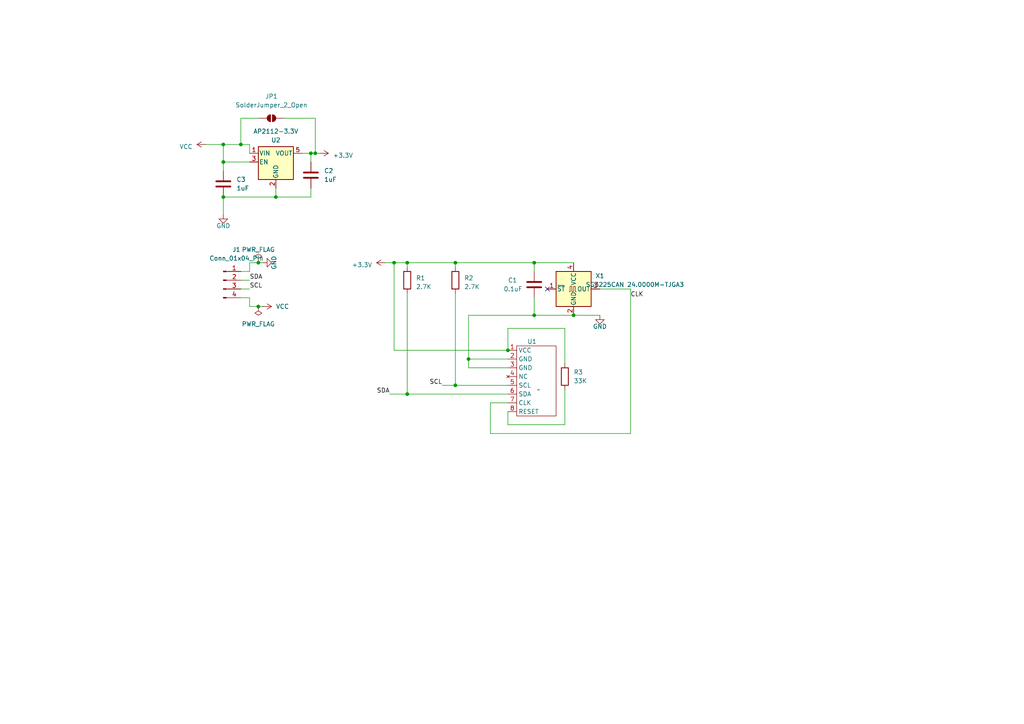
<source format=kicad_sch>
(kicad_sch (version 20231120) (generator "eeschema") (generator_version "8.0")
  (paper "A4")
  (lib_symbols
    (symbol "Connector:Conn_01x04_Pin" (pin_names (offset 1.016) hide)
      (property "Reference" "J" (at 0 5.08 0))
      (property "Value" "Conn_01x04_Pin" (at 0 -7.62 0))
      (symbol "Conn_01x04_Pin_1_1"
        (polyline (pts (xy 1.27 -5.08) (xy 0.8636 -5.08)) (stroke (width 0.1524)))
        (polyline (pts (xy 1.27 -2.54) (xy 0.8636 -2.54)) (stroke (width 0.1524)))
        (polyline (pts (xy 1.27 0) (xy 0.8636 0)) (stroke (width 0.1524)))
        (polyline (pts (xy 1.27 2.54) (xy 0.8636 2.54)) (stroke (width 0.1524)))
        (rectangle (start 0.8636 -4.953) (end 0 -5.207) (stroke (width 0.1524)) (fill (type outline)))
        (rectangle (start 0.8636 -2.413) (end 0 -2.667) (stroke (width 0.1524)) (fill (type outline)))
        (rectangle (start 0.8636 0.127) (end 0 -0.127) (stroke (width 0.1524)) (fill (type outline)))
        (rectangle (start 0.8636 2.667) (end 0 2.413) (stroke (width 0.1524)) (fill (type outline)))
        (pin passive line (at 5.08 2.54 180) (length 3.81) (name "Pin_1") (number "1"))
        (pin passive line (at 5.08 0 180) (length 3.81) (name "Pin_2") (number "2"))
        (pin passive line (at 5.08 -2.54 180) (length 3.81) (name "Pin_3") (number "3"))
        (pin passive line (at 5.08 -5.08 180) (length 3.81) (name "Pin_4") (number "4"))
      )
    )
    (symbol "Device:C" (pin_numbers hide) (pin_names (offset 0.254))
      (property "Reference" "C" (at 0.635 2.54 0))
      (property "Value" "C" (at 0.635 -2.54 0))
      (symbol "C_0_1"
        (polyline (pts (xy -2.032 -0.762) (xy 2.032 -0.762)) (stroke (width 0.508)))
        (polyline (pts (xy -2.032 0.762) (xy 2.032 0.762)) (stroke (width 0.508)))
      )
      (symbol "C_1_1"
        (pin passive line (at 0 3.81 270) (length 2.794) (name "~") (number "1"))
        (pin passive line (at 0 -3.81 90) (length 2.794) (name "~") (number "2"))
      )
    )
    (symbol "Device:R" (pin_numbers hide) (pin_names (offset 0))
      (property "Reference" "R" (at 2.032 0 90))
      (property "Value" "R" (at 0 0 90))
      (symbol "R_0_1"
        (rectangle (start -1.016 -2.54) (end 1.016 2.54) (stroke (width 0.254)))
      )
      (symbol "R_1_1"
        (pin passive line (at 0 3.81 270) (length 1.27) (name "~") (number "1"))
        (pin passive line (at 0 -3.81 90) (length 1.27) (name "~") (number "2"))
      )
    )
    (symbol "Jumper:SolderJumper_2_Open" (pin_numbers hide) (pin_names (offset 0) hide) (exclude_from_sim yes) (in_bom no)
      (property "Reference" "JP" (at 0 2.032 0))
      (property "Value" "SolderJumper_2_Open" (at 0 -2.54 0))
      (symbol "SolderJumper_2_Open_0_1"
        (arc (start -0.254 1.016) (mid -1.2656 0) (end -0.254 -1.016))
        (arc (start -0.254 1.016) (mid -1.2656 0) (end -0.254 -1.016) (fill (type outline)))
        (polyline (pts (xy -0.254 1.016) (xy -0.254 -1.016)))
        (polyline (pts (xy 0.254 1.016) (xy 0.254 -1.016)))
        (arc (start 0.254 -1.016) (mid 1.2656 0) (end 0.254 1.016))
        (arc (start 0.254 -1.016) (mid 1.2656 0) (end 0.254 1.016) (fill (type outline)))
      )
      (symbol "SolderJumper_2_Open_1_1"
        (pin passive line (at -3.81 0 0) (length 2.54) (name "A") (number "1"))
        (pin passive line (at 3.81 0 180) (length 2.54) (name "B") (number "2"))
      )
    )
    (symbol "Oscillator:SG-5032CAN" (pin_names (offset 0.254))
      (property "Reference" "X" (at -5.08 6.35 0))
      (property "Value" "SG-5032CAN" (at 1.27 -6.35 0))
      (symbol "SG-5032CAN_0_1"
        (rectangle (start -5.08 5.08) (end 5.08 -5.08) (stroke (width 0.254)) (fill (type background)))
        (polyline (pts (xy -1.27 -0.762) (xy -1.016 -0.762) (xy -1.016 0.762) (xy -0.508 0.762) (xy -0.508 -0.762) (xy 0 -0.762) (xy 0 0.762) (xy 0.508 0.762) (xy 0.508 -0.762) (xy 0.762 -0.762)))
      )
      (symbol "SG-5032CAN_1_1"
        (pin input line (at -7.62 0 0) (length 2.54) (name "~{ST}") (number "1"))
        (pin power_in line (at 0 -7.62 90) (length 2.54) (name "GND") (number "2"))
        (pin output line (at 7.62 0 180) (length 2.54) (name "OUT") (number "3"))
        (pin power_in line (at 0 7.62 270) (length 2.54) (name "VCC") (number "4"))
      )
    )
    (symbol "Regulator_Linear:AP2112K-3.3" (pin_names (offset 0.254))
      (property "Reference" "U" (at -5.08 5.715 0))
      (property "Value" "AP2112K-3.3" (at 0 5.715 0))
      (symbol "AP2112K-3.3_0_1"
        (rectangle (start -5.08 4.445) (end 5.08 -5.08) (stroke (width 0.254)) (fill (type background)))
      )
      (symbol "AP2112K-3.3_1_1"
        (pin power_in line (at -7.62 2.54 0) (length 2.54) (name "VIN") (number "1"))
        (pin power_in line (at 0 -7.62 90) (length 2.54) (name "GND") (number "2"))
        (pin input line (at -7.62 0 0) (length 2.54) (name "EN") (number "3"))
        (pin no_connect line (at 5.08 0 180) (length 2.54) hide (name "NC") (number "4"))
        (pin power_out line (at 7.62 2.54 180) (length 2.54) (name "VOUT") (number "5"))
      )
    )
    (symbol "power:+3.3V" (power) (pin_names (offset 0))
      (property "Value" "+3.3V" (at 0 3.556 0))
      (symbol "+3.3V_0_1"
        (polyline (pts (xy -0.762 1.27) (xy 0 2.54)))
        (polyline (pts (xy 0 0) (xy 0 2.54)))
        (polyline (pts (xy 0 2.54) (xy 0.762 1.27)))
      )
      (symbol "+3.3V_1_1"
        (pin power_in line (at 0 0 90) (length 0) hide (name "+3.3V") (number "1"))
      )
    )
    (symbol "power:+5V" (power) (pin_names (offset 0))
      (property "Value" "+5V" (at 0 3.556 0))
      (symbol "+5V_0_1"
        (polyline (pts (xy -0.762 1.27) (xy 0 2.54)))
        (polyline (pts (xy 0 0) (xy 0 2.54)))
        (polyline (pts (xy 0 2.54) (xy 0.762 1.27)))
      )
      (symbol "+5V_1_1"
        (pin power_in line (at 0 0 90) (length 0) hide (name "+5V") (number "1"))
      )
    )
    (symbol "power:GND" (power) (pin_names (offset 0))
      (property "Value" "GND" (at 0 -3.81 0))
      (symbol "GND_0_1"
        (polyline (pts (xy 0 0) (xy 0 -1.27) (xy 1.27 -1.27) (xy 0 -2.54) (xy -1.27 -1.27) (xy 0 -1.27)))
      )
      (symbol "GND_1_1"
        (pin power_in line (at 0 0 270) (length 0) hide (name "GND") (number "1"))
      )
    )
    (symbol "power:PWR_FLAG" (power) (pin_numbers hide) (pin_names (offset 0) hide)
      (property "Value" "PWR_FLAG" (at 0 3.81 0))
      (symbol "PWR_FLAG_0_0"
        (pin power_out line (at 0 0 90) (length 0) (name "pwr") (number "1"))
      )
      (symbol "PWR_FLAG_0_1"
        (polyline (pts (xy 0 0) (xy 0 1.27) (xy -1.016 1.905) (xy 0 2.54) (xy 1.016 1.905) (xy 0 1.27)))
      )
    )
    (symbol "power:VCC" (power) (pin_numbers hide) (pin_names (offset 0) hide)
      (property "Value" "VCC" (at 0 3.556 0))
      (symbol "VCC_0_1"
        (polyline (pts (xy -0.762 1.27) (xy 0 2.54)))
        (polyline (pts (xy 0 0) (xy 0 2.54)))
        (polyline (pts (xy 0 2.54) (xy 0.762 1.27)))
      )
      (symbol "VCC_1_1"
        (pin power_in line (at 0 0 90) (length 0) (name "~") (number "1"))
      )
    )
    (symbol "wiimote_ir_camera:Wiimote_IR_Camera" (pin_names (offset 0.5))
      (property "Reference" "U" (at 0 13.97 0))
      (symbol "Wiimote_IR_Camera_0_1"
        (rectangle (start -6.35 12.7) (end 5.08 -7.62))
      )
      (symbol "Wiimote_IR_Camera_1_1"
        (pin power_in line (at -8.89 11.43 0) (length 2.54) (name "VCC") (number "1"))
        (pin power_in line (at -8.89 8.89 0) (length 2.54) (name "GND") (number "2"))
        (pin power_in line (at -8.89 6.35 0) (length 2.54) (name "GND") (number "3"))
        (pin no_connect line (at -8.89 3.81 0) (length 2.54) (name "NC") (number "4"))
        (pin bidirectional line (at -8.89 1.27 0) (length 2.54) (name "SCL") (number "5"))
        (pin bidirectional line (at -8.89 -1.27 0) (length 2.54) (name "SDA") (number "6"))
        (pin bidirectional line (at -8.89 -3.81 0) (length 2.54) (name "CLK") (number "7"))
        (pin bidirectional line (at -8.89 -6.35 0) (length 2.54) (name "RESET") (number "8"))
      )
    )
  )
  (junction (at 74.93 88.9))
  (junction (at 64.77 46.99))
  (junction (at 147.32 101.6))
  (junction (at 135.89 104.14))
  (junction (at 74.93 76.2))
  (junction (at 154.94 76.2))
  (junction (at 132.08 76.2))
  (junction (at 132.08 111.76))
  (junction (at 80.01 57.15))
  (junction (at 90.17 44.45))
  (junction (at 154.94 91.44))
  (junction (at 64.77 41.91))
  (junction (at 118.11 76.2))
  (junction (at 166.37 91.44))
  (junction (at 118.11 114.3))
  (junction (at 64.77 57.15))
  (junction (at 69.85 41.91))
  (junction (at 114.3 76.2))
  (junction (at 91.44 44.45))
  (no_connect (at 158.75 83.82))
  (wire (pts (xy 72.39 78.74) (xy 72.39 76.2)))
  (wire (pts (xy 118.11 76.2) (xy 118.11 77.47)))
  (wire (pts (xy 154.94 86.36) (xy 154.94 91.44)))
  (wire (pts (xy 114.3 76.2) (xy 114.3 101.6)))
  (wire (pts (xy 64.77 46.99) (xy 64.77 49.53)))
  (wire (pts (xy 142.24 116.84) (xy 147.32 116.84)))
  (wire (pts (xy 90.17 44.45) (xy 90.17 46.99)))
  (wire (pts (xy 74.93 76.2) (xy 76.2 76.2)))
  (wire (pts (xy 135.89 91.44) (xy 154.94 91.44)))
  (wire (pts (xy 80.01 54.61) (xy 80.01 57.15)))
  (wire (pts (xy 69.85 34.29) (xy 74.93 34.29)))
  (wire (pts (xy 114.3 101.6) (xy 147.32 101.6)))
  (wire (pts (xy 91.44 44.45) (xy 92.71 44.45)))
  (wire (pts (xy 90.17 54.61) (xy 90.17 57.15)))
  (wire (pts (xy 69.85 78.74) (xy 72.39 78.74)))
  (wire (pts (xy 182.88 125.73) (xy 142.24 125.73)))
  (wire (pts (xy 64.77 57.15) (xy 64.77 62.23)))
  (wire (pts (xy 111.76 76.2) (xy 114.3 76.2)))
  (wire (pts (xy 72.39 86.36) (xy 72.39 88.9)))
  (wire (pts (xy 154.94 91.44) (xy 166.37 91.44)))
  (wire (pts (xy 163.83 95.25) (xy 163.83 105.41)))
  (wire (pts (xy 154.94 76.2) (xy 166.37 76.2)))
  (wire (pts (xy 74.93 88.9) (xy 76.2 88.9)))
  (wire (pts (xy 69.85 83.82) (xy 72.39 83.82)))
  (wire (pts (xy 163.83 123.19) (xy 147.32 123.19)))
  (wire (pts (xy 114.3 76.2) (xy 118.11 76.2)))
  (wire (pts (xy 132.08 111.76) (xy 147.32 111.76)))
  (wire (pts (xy 135.89 104.14) (xy 135.89 91.44)))
  (wire (pts (xy 72.39 44.45) (xy 72.39 41.91)))
  (wire (pts (xy 147.32 95.25) (xy 147.32 101.6)))
  (wire (pts (xy 182.88 83.82) (xy 182.88 125.73)))
  (wire (pts (xy 166.37 91.44) (xy 173.99 91.44)))
  (wire (pts (xy 72.39 76.2) (xy 74.93 76.2)))
  (wire (pts (xy 132.08 76.2) (xy 154.94 76.2)))
  (wire (pts (xy 128.27 111.76) (xy 132.08 111.76)))
  (wire (pts (xy 69.85 81.28) (xy 72.39 81.28)))
  (wire (pts (xy 64.77 46.99) (xy 72.39 46.99)))
  (wire (pts (xy 91.44 34.29) (xy 91.44 44.45)))
  (wire (pts (xy 69.85 86.36) (xy 72.39 86.36)))
  (wire (pts (xy 132.08 76.2) (xy 132.08 77.47)))
  (wire (pts (xy 118.11 85.09) (xy 118.11 114.3)))
  (wire (pts (xy 173.99 83.82) (xy 182.88 83.82)))
  (wire (pts (xy 118.11 76.2) (xy 132.08 76.2)))
  (wire (pts (xy 80.01 57.15) (xy 64.77 57.15)))
  (wire (pts (xy 163.83 113.03) (xy 163.83 123.19)))
  (wire (pts (xy 72.39 88.9) (xy 74.93 88.9)))
  (wire (pts (xy 135.89 104.14) (xy 147.32 104.14)))
  (wire (pts (xy 82.55 34.29) (xy 91.44 34.29)))
  (wire (pts (xy 59.69 41.91) (xy 64.77 41.91)))
  (wire (pts (xy 147.32 119.38) (xy 147.32 123.19)))
  (wire (pts (xy 64.77 41.91) (xy 69.85 41.91)))
  (wire (pts (xy 118.11 114.3) (xy 147.32 114.3)))
  (wire (pts (xy 90.17 57.15) (xy 80.01 57.15)))
  (wire (pts (xy 154.94 76.2) (xy 154.94 78.74)))
  (wire (pts (xy 90.17 44.45) (xy 91.44 44.45)))
  (wire (pts (xy 135.89 106.68) (xy 135.89 104.14)))
  (wire (pts (xy 64.77 41.91) (xy 64.77 46.99)))
  (wire (pts (xy 132.08 111.76) (xy 132.08 85.09)))
  (wire (pts (xy 142.24 125.73) (xy 142.24 116.84)))
  (wire (pts (xy 147.32 106.68) (xy 135.89 106.68)))
  (wire (pts (xy 87.63 44.45) (xy 90.17 44.45)))
  (wire (pts (xy 69.85 41.91) (xy 69.85 34.29)))
  (wire (pts (xy 113.03 114.3) (xy 118.11 114.3)))
  (wire (pts (xy 147.32 95.25) (xy 163.83 95.25)))
  (wire (pts (xy 69.85 41.91) (xy 72.39 41.91)))
  (label "SDA" (at 113.03 114.3 180))
  (label "SDA" (at 72.39 81.28 0))
  (label "SCL" (at 72.39 83.82 0))
  (label "CLK" (at 182.88 86.36 0))
  (label "SCL" (at 128.27 111.76 180))
  (symbol (lib_id "Device:C") (at 90.17 50.8 0) (unit 1)
    (property "Reference" "C2" (at 93.98 49.53 0) (effects (justify left)))
    (property "Value" "1uF" (at 93.98 52.07 0) (effects (justify left)))
    (property "Footprint" "Capacitor_SMD:C_0603_1608Metric_Pad1.08x0.95mm_HandSolder" (effects (hide yes)))
    (property "LCSC" "C519560" (effects (hide yes)))
  )
  (symbol (lib_id "power:PWR_FLAG") (at 74.93 88.9 180) (unit 1)
    (property "Reference" "#FLG02" (effects (hide yes)))
    (property "Value" "PWR_FLAG" (at 74.93 93.98 0))
  )
  (symbol (lib_id "Connector:Conn_01x04_Pin") (at 64.77 81.28 0) (unit 1)
    (property "Reference" "J1" (at 68.58 72.39 0))
    (property "Value" "Conn_01x04_Pin" (at 68.58 74.93 0))
    (property "Footprint" "Connector_PinHeader_2.00mm:PinHeader_1x04_P2.00mm_Vertical" (effects (hide yes)))
  )
  (symbol (lib_id "power:+3.3V") (at 92.71 44.45 270) (unit 1)
    (property "Reference" "#PWR01" (effects (hide yes)))
    (property "Value" "+3.3V" (at 96.52 45.085 90) (effects (justify left)))
  )
  (symbol (lib_id "Jumper:SolderJumper_2_Open") (at 78.74 34.29 0) (unit 1) (exclude_from_sim yes) (in_bom no)
    (property "Reference" "JP1" (at 78.74 27.94 0))
    (property "Value" "SolderJumper_2_Open" (at 78.74 30.48 0))
    (property "Footprint" "Jumper:SolderJumper-2_P1.3mm_Open_RoundedPad1.0x1.5mm" (effects (hide yes)))
    (property "Description" "Solder Jumper, 2-pole, open" (effects (hide yes)))
  )
  (symbol (lib_id "Device:C") (at 64.77 53.34 0) (unit 1)
    (property "Reference" "C3" (at 68.58 52.07 0) (effects (justify left)))
    (property "Value" "1uF" (at 68.58 54.61 0) (effects (justify left)))
    (property "Footprint" "Capacitor_SMD:C_0603_1608Metric_Pad1.08x0.95mm_HandSolder" (effects (hide yes)))
    (property "LCSC" "C519560" (effects (hide yes)))
  )
  (symbol (lib_id "Device:R") (at 163.83 109.22 0) (unit 1)
    (property "Reference" "R3" (at 166.37 107.9499 0) (effects (justify left)))
    (property "Value" "33K" (at 166.37 110.4899 0) (effects (justify left)))
    (property "Footprint" "Resistor_SMD:R_0603_1608Metric_Pad0.98x0.95mm_HandSolder" (effects (hide yes)))
    (property "LCSC" "C126359" (effects (hide yes)))
  )
  (symbol (lib_id "power:GND") (at 64.77 62.23 0) (unit 1)
    (property "Reference" "#GND01" (effects (hide yes)))
    (property "Value" "GND" (at 64.77 64.77 0) (effects (justify top)))
  )
  (symbol (lib_id "Device:R") (at 118.11 81.28 0) (unit 1)
    (property "Reference" "R1" (at 120.65 80.645 0) (effects (justify left)))
    (property "Value" "2.7K" (at 120.65 83.185 0) (effects (justify left)))
    (property "Footprint" "Resistor_SMD:R_0603_1608Metric_Pad0.98x0.95mm_HandSolder" (effects (hide yes)))
    (property "LCSC" "C114612" (effects (hide yes)))
  )
  (symbol (lib_id "power:+3.3V") (at 111.76 76.2 90) (unit 1)
    (property "Reference" "#PWR04" (effects (hide yes)))
    (property "Value" "+3.3V" (at 107.95 76.835 90) (effects (justify left)))
  )
  (symbol (lib_id "power:PWR_FLAG") (at 74.93 76.2 0) (unit 1)
    (property "Reference" "#FLG01" (effects (hide yes)))
    (property "Value" "PWR_FLAG" (at 74.93 72.39 0))
  )
  (symbol (lib_id "Device:R") (at 132.08 81.28 180) (unit 1)
    (property "Reference" "R2" (at 134.62 80.645 0) (effects (justify right)))
    (property "Value" "2.7K" (at 134.62 83.185 0) (effects (justify right)))
    (property "Footprint" "Resistor_SMD:R_0603_1608Metric_Pad0.98x0.95mm_HandSolder" (effects (hide yes)))
    (property "LCSC" "C114612" (effects (hide yes)))
  )
  (symbol (lib_id "power:+5V") (at 59.69 41.91 90) (unit 1)
    (property "Reference" "#PWR02" (effects (hide yes)))
    (property "Value" "VCC" (at 55.88 42.545 90) (effects (justify left)))
  )
  (symbol (lib_id "wiimote_ir_camera:Wiimote_IR_Camera") (at 156.21 113.03 0) (unit 1)
    (property "Reference" "U1" (at 154.305 99.06 0))
    (property "Value" "~" (at 156.21 113.03 0))
    (property "Footprint" "GUN4IR:wiimote-pixart-camera-inline_slim_nocuts" (effects (hide yes)))
  )
  (symbol (lib_id "Regulator_Linear:AP2112K-3.3") (at 80.01 46.99 0) (unit 1)
    (property "Reference" "U2" (at 80.01 40.64 0))
    (property "Value" "AP2112-3.3V" (at 80.01 38.1 0))
    (property "Footprint" "Package_TO_SOT_SMD:SOT-23-5" (effects (hide yes)))
    (property "Datasheet" "https://www.diodes.com/assets/Datasheets/AP2112.pdf" (effects (hide yes)))
    (property "LCSC" "C51118" (effects (hide yes)))
  )
  (symbol (lib_id "Oscillator:SG-5032CAN") (at 166.37 83.82 0) (unit 1)
    (property "Reference" "X1" (at 173.99 80.01 0))
    (property "Value" "SG3225CAN 24.0000M-TJGA3" (at 184.15 82.55 0))
    (property "Footprint" "Oscillator:Oscillator_SMD_SeikoEpson_SG8002CE-4Pin_3.2x2.5mm_HandSoldering" (effects (hide yes)))
    (property "Datasheet" "https://support.epson.biz/td/api/doc_check.php?dl=brief_SG5032CAN&lang=en" (effects (hide yes)))
    (property "LCSC" "C5203548" (effects (hide yes)))
  )
  (symbol (lib_id "Device:C") (at 154.94 82.55 0) (unit 1)
    (property "Reference" "C1" (at 147.32 81.28 0) (effects (justify left)))
    (property "Value" "0.1uF" (at 146.05 83.82 0) (effects (justify left)))
    (property "Footprint" "Capacitor_SMD:C_0603_1608Metric_Pad1.08x0.95mm_HandSolder" (effects (hide yes)))
    (property "LCSC" "C14663" (effects (hide yes)))
  )
  (symbol (lib_id "power:GND") (at 173.99 91.44 0) (unit 1)
    (property "Reference" "#GND02" (effects (hide yes)))
    (property "Value" "GND" (at 173.99 93.98 0) (effects (justify top)))
  )
  (symbol (lib_id "power:VCC") (at 76.2 88.9 270) (unit 1)
    (property "Reference" "#PWR05" (effects (hide yes)))
    (property "Value" "VCC" (at 80.01 88.8999 90) (effects (justify left)))
    (property "Description" "Power symbol creates a global label with name \"VCC\"" (effects (hide yes)))
  )
  (symbol (lib_id "power:GND") (at 76.2 76.2 90) (unit 1)
    (property "Reference" "#GND03" (effects (hide yes)))
    (property "Value" "GND" (at 78.74 76.2 0) (effects (justify top)))
  )
)
</source>
